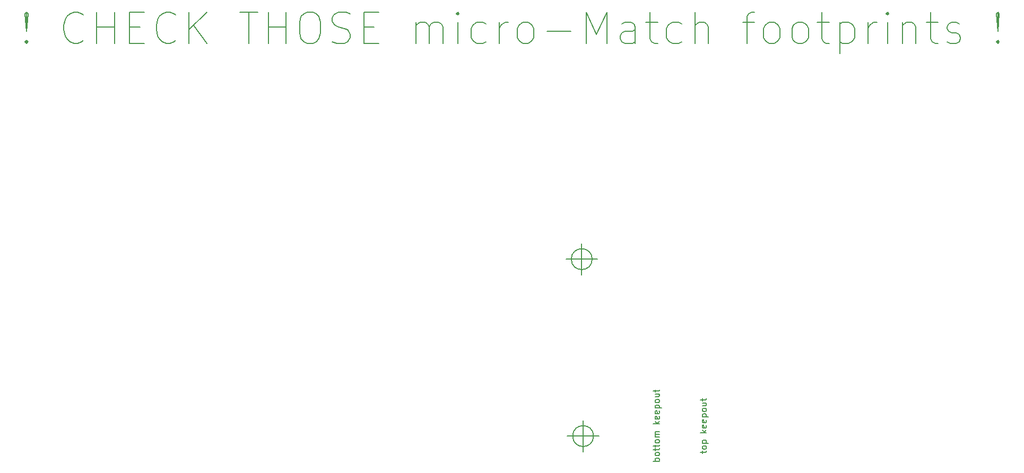
<source format=gbr>
%FSLAX34Y34*%
G04 Gerber Fmt 3.4, Leading zero omitted, Abs format*
G04 (created by PCBNEW (2014-06-29 BZR 4957)-product) date Mon 14 Jul 2014 02:37:22 AM CEST*
%MOIN*%
G01*
G70*
G90*
G04 APERTURE LIST*
%ADD10C,0.003937*%
%ADD11C,0.007874*%
G04 APERTURE END LIST*
G54D10*
G54D11*
X28606Y-13143D02*
X28700Y-13237D01*
X28606Y-13331D01*
X28512Y-13237D01*
X28606Y-13143D01*
X28606Y-13331D01*
X28606Y-12581D02*
X28512Y-11456D01*
X28606Y-11362D01*
X28700Y-11456D01*
X28606Y-12581D01*
X28606Y-11362D01*
X32168Y-13143D02*
X32074Y-13237D01*
X31793Y-13331D01*
X31605Y-13331D01*
X31324Y-13237D01*
X31137Y-13050D01*
X31043Y-12862D01*
X30949Y-12487D01*
X30949Y-12206D01*
X31043Y-11831D01*
X31137Y-11644D01*
X31324Y-11456D01*
X31605Y-11362D01*
X31793Y-11362D01*
X32074Y-11456D01*
X32168Y-11550D01*
X33011Y-13331D02*
X33011Y-11362D01*
X33011Y-12300D02*
X34136Y-12300D01*
X34136Y-13331D02*
X34136Y-11362D01*
X35074Y-12300D02*
X35730Y-12300D01*
X36011Y-13331D02*
X35074Y-13331D01*
X35074Y-11362D01*
X36011Y-11362D01*
X37980Y-13143D02*
X37886Y-13237D01*
X37605Y-13331D01*
X37417Y-13331D01*
X37136Y-13237D01*
X36949Y-13050D01*
X36855Y-12862D01*
X36761Y-12487D01*
X36761Y-12206D01*
X36855Y-11831D01*
X36949Y-11644D01*
X37136Y-11456D01*
X37417Y-11362D01*
X37605Y-11362D01*
X37886Y-11456D01*
X37980Y-11550D01*
X38823Y-13331D02*
X38823Y-11362D01*
X39948Y-13331D02*
X39104Y-12206D01*
X39948Y-11362D02*
X38823Y-12487D01*
X42010Y-11362D02*
X43135Y-11362D01*
X42573Y-13331D02*
X42573Y-11362D01*
X43791Y-13331D02*
X43791Y-11362D01*
X43791Y-12300D02*
X44916Y-12300D01*
X44916Y-13331D02*
X44916Y-11362D01*
X46229Y-11362D02*
X46604Y-11362D01*
X46791Y-11456D01*
X46979Y-11644D01*
X47072Y-12019D01*
X47072Y-12675D01*
X46979Y-13050D01*
X46791Y-13237D01*
X46604Y-13331D01*
X46229Y-13331D01*
X46041Y-13237D01*
X45854Y-13050D01*
X45760Y-12675D01*
X45760Y-12019D01*
X45854Y-11644D01*
X46041Y-11456D01*
X46229Y-11362D01*
X47822Y-13237D02*
X48103Y-13331D01*
X48572Y-13331D01*
X48760Y-13237D01*
X48853Y-13143D01*
X48947Y-12956D01*
X48947Y-12769D01*
X48853Y-12581D01*
X48760Y-12487D01*
X48572Y-12394D01*
X48197Y-12300D01*
X48010Y-12206D01*
X47916Y-12112D01*
X47822Y-11925D01*
X47822Y-11737D01*
X47916Y-11550D01*
X48010Y-11456D01*
X48197Y-11362D01*
X48666Y-11362D01*
X48947Y-11456D01*
X49791Y-12300D02*
X50447Y-12300D01*
X50728Y-13331D02*
X49791Y-13331D01*
X49791Y-11362D01*
X50728Y-11362D01*
X53071Y-13331D02*
X53071Y-12019D01*
X53071Y-12206D02*
X53165Y-12112D01*
X53353Y-12019D01*
X53634Y-12019D01*
X53821Y-12112D01*
X53915Y-12300D01*
X53915Y-13331D01*
X53915Y-12300D02*
X54009Y-12112D01*
X54196Y-12019D01*
X54478Y-12019D01*
X54665Y-12112D01*
X54759Y-12300D01*
X54759Y-13331D01*
X55696Y-13331D02*
X55696Y-12019D01*
X55696Y-11362D02*
X55602Y-11456D01*
X55696Y-11550D01*
X55790Y-11456D01*
X55696Y-11362D01*
X55696Y-11550D01*
X57477Y-13237D02*
X57290Y-13331D01*
X56915Y-13331D01*
X56727Y-13237D01*
X56634Y-13143D01*
X56540Y-12956D01*
X56540Y-12394D01*
X56634Y-12206D01*
X56727Y-12112D01*
X56915Y-12019D01*
X57290Y-12019D01*
X57477Y-12112D01*
X58321Y-13331D02*
X58321Y-12019D01*
X58321Y-12394D02*
X58415Y-12206D01*
X58508Y-12112D01*
X58696Y-12019D01*
X58883Y-12019D01*
X59821Y-13331D02*
X59633Y-13237D01*
X59539Y-13143D01*
X59446Y-12956D01*
X59446Y-12394D01*
X59539Y-12206D01*
X59633Y-12112D01*
X59821Y-12019D01*
X60102Y-12019D01*
X60289Y-12112D01*
X60383Y-12206D01*
X60477Y-12394D01*
X60477Y-12956D01*
X60383Y-13143D01*
X60289Y-13237D01*
X60102Y-13331D01*
X59821Y-13331D01*
X61320Y-12581D02*
X62820Y-12581D01*
X63758Y-13331D02*
X63758Y-11362D01*
X64414Y-12769D01*
X65070Y-11362D01*
X65070Y-13331D01*
X66851Y-13331D02*
X66851Y-12300D01*
X66757Y-12112D01*
X66570Y-12019D01*
X66195Y-12019D01*
X66007Y-12112D01*
X66851Y-13237D02*
X66664Y-13331D01*
X66195Y-13331D01*
X66007Y-13237D01*
X65914Y-13050D01*
X65914Y-12862D01*
X66007Y-12675D01*
X66195Y-12581D01*
X66664Y-12581D01*
X66851Y-12487D01*
X67507Y-12019D02*
X68257Y-12019D01*
X67788Y-11362D02*
X67788Y-13050D01*
X67882Y-13237D01*
X68070Y-13331D01*
X68257Y-13331D01*
X69757Y-13237D02*
X69569Y-13331D01*
X69194Y-13331D01*
X69007Y-13237D01*
X68913Y-13143D01*
X68820Y-12956D01*
X68820Y-12394D01*
X68913Y-12206D01*
X69007Y-12112D01*
X69194Y-12019D01*
X69569Y-12019D01*
X69757Y-12112D01*
X70601Y-13331D02*
X70601Y-11362D01*
X71444Y-13331D02*
X71444Y-12300D01*
X71350Y-12112D01*
X71163Y-12019D01*
X70882Y-12019D01*
X70694Y-12112D01*
X70601Y-12206D01*
X73600Y-12019D02*
X74350Y-12019D01*
X73881Y-13331D02*
X73881Y-11644D01*
X73975Y-11456D01*
X74163Y-11362D01*
X74350Y-11362D01*
X75287Y-13331D02*
X75100Y-13237D01*
X75006Y-13143D01*
X74913Y-12956D01*
X74913Y-12394D01*
X75006Y-12206D01*
X75100Y-12112D01*
X75287Y-12019D01*
X75569Y-12019D01*
X75756Y-12112D01*
X75850Y-12206D01*
X75944Y-12394D01*
X75944Y-12956D01*
X75850Y-13143D01*
X75756Y-13237D01*
X75569Y-13331D01*
X75287Y-13331D01*
X77068Y-13331D02*
X76881Y-13237D01*
X76787Y-13143D01*
X76694Y-12956D01*
X76694Y-12394D01*
X76787Y-12206D01*
X76881Y-12112D01*
X77068Y-12019D01*
X77350Y-12019D01*
X77537Y-12112D01*
X77631Y-12206D01*
X77725Y-12394D01*
X77725Y-12956D01*
X77631Y-13143D01*
X77537Y-13237D01*
X77350Y-13331D01*
X77068Y-13331D01*
X78287Y-12019D02*
X79037Y-12019D01*
X78568Y-11362D02*
X78568Y-13050D01*
X78662Y-13237D01*
X78850Y-13331D01*
X79037Y-13331D01*
X79693Y-12019D02*
X79693Y-13987D01*
X79693Y-12112D02*
X79881Y-12019D01*
X80256Y-12019D01*
X80443Y-12112D01*
X80537Y-12206D01*
X80631Y-12394D01*
X80631Y-12956D01*
X80537Y-13143D01*
X80443Y-13237D01*
X80256Y-13331D01*
X79881Y-13331D01*
X79693Y-13237D01*
X81474Y-13331D02*
X81474Y-12019D01*
X81474Y-12394D02*
X81568Y-12206D01*
X81662Y-12112D01*
X81849Y-12019D01*
X82037Y-12019D01*
X82693Y-13331D02*
X82693Y-12019D01*
X82693Y-11362D02*
X82599Y-11456D01*
X82693Y-11550D01*
X82787Y-11456D01*
X82693Y-11362D01*
X82693Y-11550D01*
X83630Y-12019D02*
X83630Y-13331D01*
X83630Y-12206D02*
X83724Y-12112D01*
X83911Y-12019D01*
X84193Y-12019D01*
X84380Y-12112D01*
X84474Y-12300D01*
X84474Y-13331D01*
X85130Y-12019D02*
X85880Y-12019D01*
X85411Y-11362D02*
X85411Y-13050D01*
X85505Y-13237D01*
X85692Y-13331D01*
X85880Y-13331D01*
X86442Y-13237D02*
X86630Y-13331D01*
X87005Y-13331D01*
X87192Y-13237D01*
X87286Y-13050D01*
X87286Y-12956D01*
X87192Y-12769D01*
X87005Y-12675D01*
X86724Y-12675D01*
X86536Y-12581D01*
X86442Y-12394D01*
X86442Y-12300D01*
X86536Y-12112D01*
X86724Y-12019D01*
X87005Y-12019D01*
X87192Y-12112D01*
X89629Y-13143D02*
X89723Y-13237D01*
X89629Y-13331D01*
X89536Y-13237D01*
X89629Y-13143D01*
X89629Y-13331D01*
X89629Y-12581D02*
X89536Y-11456D01*
X89629Y-11362D01*
X89723Y-11456D01*
X89629Y-12581D01*
X89629Y-11362D01*
X64144Y-26913D02*
G75*
G03X64144Y-26913I-656J0D01*
G74*
G01*
X62503Y-26913D02*
X64472Y-26913D01*
X63488Y-25929D02*
X63488Y-27897D01*
X64230Y-38047D02*
G75*
G03X64230Y-38047I-656J0D01*
G74*
G01*
X62590Y-38047D02*
X64559Y-38047D01*
X63574Y-37062D02*
X63574Y-39031D01*
X68367Y-39623D02*
X67973Y-39623D01*
X68123Y-39623D02*
X68104Y-39585D01*
X68104Y-39510D01*
X68123Y-39473D01*
X68142Y-39454D01*
X68179Y-39435D01*
X68292Y-39435D01*
X68329Y-39454D01*
X68348Y-39473D01*
X68367Y-39510D01*
X68367Y-39585D01*
X68348Y-39623D01*
X68367Y-39210D02*
X68348Y-39248D01*
X68329Y-39266D01*
X68292Y-39285D01*
X68179Y-39285D01*
X68142Y-39266D01*
X68123Y-39248D01*
X68104Y-39210D01*
X68104Y-39154D01*
X68123Y-39116D01*
X68142Y-39098D01*
X68179Y-39079D01*
X68292Y-39079D01*
X68329Y-39098D01*
X68348Y-39116D01*
X68367Y-39154D01*
X68367Y-39210D01*
X68104Y-38967D02*
X68104Y-38817D01*
X67973Y-38910D02*
X68310Y-38910D01*
X68348Y-38892D01*
X68367Y-38854D01*
X68367Y-38817D01*
X68104Y-38742D02*
X68104Y-38592D01*
X67973Y-38685D02*
X68310Y-38685D01*
X68348Y-38667D01*
X68367Y-38629D01*
X68367Y-38592D01*
X68367Y-38404D02*
X68348Y-38442D01*
X68329Y-38460D01*
X68292Y-38479D01*
X68179Y-38479D01*
X68142Y-38460D01*
X68123Y-38442D01*
X68104Y-38404D01*
X68104Y-38348D01*
X68123Y-38310D01*
X68142Y-38292D01*
X68179Y-38273D01*
X68292Y-38273D01*
X68329Y-38292D01*
X68348Y-38310D01*
X68367Y-38348D01*
X68367Y-38404D01*
X68367Y-38104D02*
X68104Y-38104D01*
X68142Y-38104D02*
X68123Y-38085D01*
X68104Y-38048D01*
X68104Y-37992D01*
X68123Y-37954D01*
X68160Y-37935D01*
X68367Y-37935D01*
X68160Y-37935D02*
X68123Y-37917D01*
X68104Y-37879D01*
X68104Y-37823D01*
X68123Y-37785D01*
X68160Y-37767D01*
X68367Y-37767D01*
X68367Y-37279D02*
X67973Y-37279D01*
X68217Y-37242D02*
X68367Y-37129D01*
X68104Y-37129D02*
X68254Y-37279D01*
X68348Y-36811D02*
X68367Y-36848D01*
X68367Y-36923D01*
X68348Y-36961D01*
X68310Y-36979D01*
X68160Y-36979D01*
X68123Y-36961D01*
X68104Y-36923D01*
X68104Y-36848D01*
X68123Y-36811D01*
X68160Y-36792D01*
X68198Y-36792D01*
X68235Y-36979D01*
X68348Y-36473D02*
X68367Y-36511D01*
X68367Y-36586D01*
X68348Y-36623D01*
X68310Y-36642D01*
X68160Y-36642D01*
X68123Y-36623D01*
X68104Y-36586D01*
X68104Y-36511D01*
X68123Y-36473D01*
X68160Y-36454D01*
X68198Y-36454D01*
X68235Y-36642D01*
X68104Y-36286D02*
X68498Y-36286D01*
X68123Y-36286D02*
X68104Y-36248D01*
X68104Y-36173D01*
X68123Y-36136D01*
X68142Y-36117D01*
X68179Y-36098D01*
X68292Y-36098D01*
X68329Y-36117D01*
X68348Y-36136D01*
X68367Y-36173D01*
X68367Y-36248D01*
X68348Y-36286D01*
X68367Y-35873D02*
X68348Y-35911D01*
X68329Y-35929D01*
X68292Y-35948D01*
X68179Y-35948D01*
X68142Y-35929D01*
X68123Y-35911D01*
X68104Y-35873D01*
X68104Y-35817D01*
X68123Y-35779D01*
X68142Y-35761D01*
X68179Y-35742D01*
X68292Y-35742D01*
X68329Y-35761D01*
X68348Y-35779D01*
X68367Y-35817D01*
X68367Y-35873D01*
X68104Y-35404D02*
X68367Y-35404D01*
X68104Y-35573D02*
X68310Y-35573D01*
X68348Y-35554D01*
X68367Y-35517D01*
X68367Y-35461D01*
X68348Y-35423D01*
X68329Y-35404D01*
X68104Y-35273D02*
X68104Y-35123D01*
X67973Y-35217D02*
X68310Y-35217D01*
X68348Y-35198D01*
X68367Y-35161D01*
X68367Y-35123D01*
X71057Y-39126D02*
X71057Y-38976D01*
X70926Y-39070D02*
X71263Y-39070D01*
X71301Y-39051D01*
X71319Y-39013D01*
X71319Y-38976D01*
X71319Y-38788D02*
X71301Y-38826D01*
X71282Y-38845D01*
X71244Y-38863D01*
X71132Y-38863D01*
X71094Y-38845D01*
X71076Y-38826D01*
X71057Y-38788D01*
X71057Y-38732D01*
X71076Y-38695D01*
X71094Y-38676D01*
X71132Y-38657D01*
X71244Y-38657D01*
X71282Y-38676D01*
X71301Y-38695D01*
X71319Y-38732D01*
X71319Y-38788D01*
X71057Y-38488D02*
X71451Y-38488D01*
X71076Y-38488D02*
X71057Y-38451D01*
X71057Y-38376D01*
X71076Y-38338D01*
X71094Y-38320D01*
X71132Y-38301D01*
X71244Y-38301D01*
X71282Y-38320D01*
X71301Y-38338D01*
X71319Y-38376D01*
X71319Y-38451D01*
X71301Y-38488D01*
X71319Y-37832D02*
X70926Y-37832D01*
X71169Y-37795D02*
X71319Y-37682D01*
X71057Y-37682D02*
X71207Y-37832D01*
X71301Y-37364D02*
X71319Y-37401D01*
X71319Y-37476D01*
X71301Y-37514D01*
X71263Y-37532D01*
X71113Y-37532D01*
X71076Y-37514D01*
X71057Y-37476D01*
X71057Y-37401D01*
X71076Y-37364D01*
X71113Y-37345D01*
X71151Y-37345D01*
X71188Y-37532D01*
X71301Y-37026D02*
X71319Y-37064D01*
X71319Y-37139D01*
X71301Y-37176D01*
X71263Y-37195D01*
X71113Y-37195D01*
X71076Y-37176D01*
X71057Y-37139D01*
X71057Y-37064D01*
X71076Y-37026D01*
X71113Y-37007D01*
X71151Y-37007D01*
X71188Y-37195D01*
X71057Y-36839D02*
X71451Y-36839D01*
X71076Y-36839D02*
X71057Y-36801D01*
X71057Y-36726D01*
X71076Y-36689D01*
X71094Y-36670D01*
X71132Y-36651D01*
X71244Y-36651D01*
X71282Y-36670D01*
X71301Y-36689D01*
X71319Y-36726D01*
X71319Y-36801D01*
X71301Y-36839D01*
X71319Y-36426D02*
X71301Y-36464D01*
X71282Y-36482D01*
X71244Y-36501D01*
X71132Y-36501D01*
X71094Y-36482D01*
X71076Y-36464D01*
X71057Y-36426D01*
X71057Y-36370D01*
X71076Y-36332D01*
X71094Y-36314D01*
X71132Y-36295D01*
X71244Y-36295D01*
X71282Y-36314D01*
X71301Y-36332D01*
X71319Y-36370D01*
X71319Y-36426D01*
X71057Y-35958D02*
X71319Y-35958D01*
X71057Y-36126D02*
X71263Y-36126D01*
X71301Y-36107D01*
X71319Y-36070D01*
X71319Y-36014D01*
X71301Y-35976D01*
X71282Y-35958D01*
X71057Y-35826D02*
X71057Y-35676D01*
X70926Y-35770D02*
X71263Y-35770D01*
X71301Y-35751D01*
X71319Y-35714D01*
X71319Y-35676D01*
M02*

</source>
